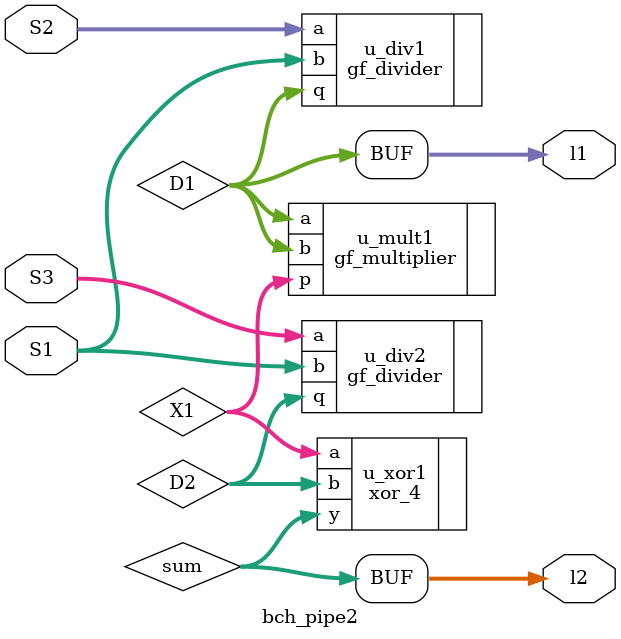
<source format=sv>

module bch_pipe2 (
    input logic [3:0] S1,
    input logic [3:0] S2,
    input logic [3:0] S3,

    output logic [3:0] l1,
    output logic [3:0] l2
);

logic [3:0] D1, D2;
logic [3:0] X1;
logic [3:0] sum;

logic [3:0] D1_1, D2_1;


gf_divider  u_div1 (.a(S2),  .b(S1), .q(D1)); // D1 = S2 / S1
gf_divider  u_div2 (.a(S3),  .b(S1), .q(D2)); // D2 = S3 / S1

gf_multiplier u_mult1 (.a(D1),.b(D1), .p(X1)); // X1 = (S2/S1)^2

xor_4 u_xor1 (.a(X1), .b(D2), .y(sum)); // sum = (S2/S1)^2 + (S3/S1)

assign l1 = D1;
assign l2 = sum;

endmodule
</source>
